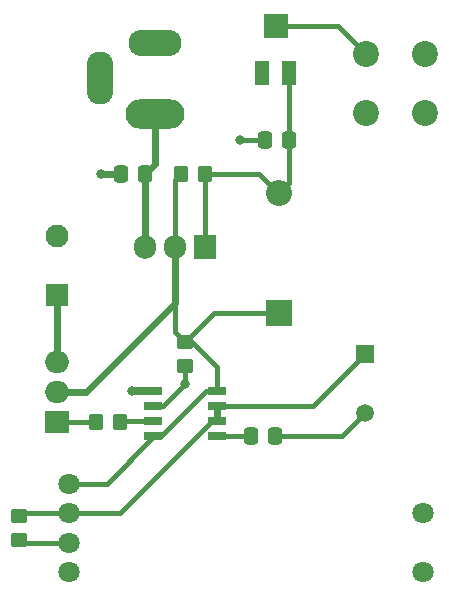
<source format=gbr>
%TF.GenerationSoftware,KiCad,Pcbnew,7.0.7*%
%TF.CreationDate,2023-10-06T20:37:38-05:00*%
%TF.ProjectId,Project_1,50726f6a-6563-4745-9f31-2e6b69636164,rev?*%
%TF.SameCoordinates,Original*%
%TF.FileFunction,Copper,L1,Top*%
%TF.FilePolarity,Positive*%
%FSLAX46Y46*%
G04 Gerber Fmt 4.6, Leading zero omitted, Abs format (unit mm)*
G04 Created by KiCad (PCBNEW 7.0.7) date 2023-10-06 20:37:38*
%MOMM*%
%LPD*%
G01*
G04 APERTURE LIST*
G04 Aperture macros list*
%AMRoundRect*
0 Rectangle with rounded corners*
0 $1 Rounding radius*
0 $2 $3 $4 $5 $6 $7 $8 $9 X,Y pos of 4 corners*
0 Add a 4 corners polygon primitive as box body*
4,1,4,$2,$3,$4,$5,$6,$7,$8,$9,$2,$3,0*
0 Add four circle primitives for the rounded corners*
1,1,$1+$1,$2,$3*
1,1,$1+$1,$4,$5*
1,1,$1+$1,$6,$7*
1,1,$1+$1,$8,$9*
0 Add four rect primitives between the rounded corners*
20,1,$1+$1,$2,$3,$4,$5,0*
20,1,$1+$1,$4,$5,$6,$7,0*
20,1,$1+$1,$6,$7,$8,$9,0*
20,1,$1+$1,$8,$9,$2,$3,0*%
G04 Aperture macros list end*
%TA.AperFunction,ComponentPad*%
%ADD10R,2.200000X2.200000*%
%TD*%
%TA.AperFunction,ComponentPad*%
%ADD11O,2.200000X2.200000*%
%TD*%
%TA.AperFunction,SMDPad,CuDef*%
%ADD12RoundRect,0.250000X-0.450000X0.350000X-0.450000X-0.350000X0.450000X-0.350000X0.450000X0.350000X0*%
%TD*%
%TA.AperFunction,SMDPad,CuDef*%
%ADD13RoundRect,0.250000X-0.337500X-0.475000X0.337500X-0.475000X0.337500X0.475000X-0.337500X0.475000X0*%
%TD*%
%TA.AperFunction,ComponentPad*%
%ADD14O,5.000000X2.500000*%
%TD*%
%TA.AperFunction,ComponentPad*%
%ADD15O,4.500000X2.250000*%
%TD*%
%TA.AperFunction,ComponentPad*%
%ADD16O,2.250000X4.500000*%
%TD*%
%TA.AperFunction,ComponentPad*%
%ADD17C,1.800000*%
%TD*%
%TA.AperFunction,SMDPad,CuDef*%
%ADD18R,1.528000X0.650000*%
%TD*%
%TA.AperFunction,ComponentPad*%
%ADD19R,1.905000X2.000000*%
%TD*%
%TA.AperFunction,ComponentPad*%
%ADD20O,1.905000X2.000000*%
%TD*%
%TA.AperFunction,SMDPad,CuDef*%
%ADD21RoundRect,0.250000X-0.350000X-0.450000X0.350000X-0.450000X0.350000X0.450000X-0.350000X0.450000X0*%
%TD*%
%TA.AperFunction,SMDPad,CuDef*%
%ADD22RoundRect,0.250000X0.350000X0.450000X-0.350000X0.450000X-0.350000X-0.450000X0.350000X-0.450000X0*%
%TD*%
%TA.AperFunction,SMDPad,CuDef*%
%ADD23R,1.300000X2.000000*%
%TD*%
%TA.AperFunction,SMDPad,CuDef*%
%ADD24R,2.000000X2.000000*%
%TD*%
%TA.AperFunction,SMDPad,CuDef*%
%ADD25RoundRect,0.250000X0.450000X-0.350000X0.450000X0.350000X-0.450000X0.350000X-0.450000X-0.350000X0*%
%TD*%
%TA.AperFunction,ComponentPad*%
%ADD26C,2.200000*%
%TD*%
%TA.AperFunction,ComponentPad*%
%ADD27R,1.950000X1.950000*%
%TD*%
%TA.AperFunction,ComponentPad*%
%ADD28C,1.950000*%
%TD*%
%TA.AperFunction,ComponentPad*%
%ADD29C,1.500000*%
%TD*%
%TA.AperFunction,ComponentPad*%
%ADD30R,1.500000X1.500000*%
%TD*%
%TA.AperFunction,ComponentPad*%
%ADD31R,2.000000X1.905000*%
%TD*%
%TA.AperFunction,ComponentPad*%
%ADD32O,2.000000X1.905000*%
%TD*%
%TA.AperFunction,SMDPad,CuDef*%
%ADD33RoundRect,0.250000X0.337500X0.475000X-0.337500X0.475000X-0.337500X-0.475000X0.337500X-0.475000X0*%
%TD*%
%TA.AperFunction,ViaPad*%
%ADD34C,0.800000*%
%TD*%
%TA.AperFunction,Conductor*%
%ADD35C,0.400000*%
%TD*%
%TA.AperFunction,Conductor*%
%ADD36C,0.600000*%
%TD*%
%TA.AperFunction,Conductor*%
%ADD37C,0.650000*%
%TD*%
%TA.AperFunction,Conductor*%
%ADD38C,0.250000*%
%TD*%
G04 APERTURE END LIST*
D10*
%TO.P,D1,1,K*%
%TO.N,/V_out*%
X91750000Y-93080000D03*
D11*
%TO.P,D1,2,A*%
%TO.N,Net-(D1-A)*%
X91750000Y-82920000D03*
%TD*%
D12*
%TO.P,R2,1*%
%TO.N,Net-(RV2-CCW)*%
X69750000Y-110250000D03*
%TO.P,R2,2*%
%TO.N,Net-(R4-Pad2)*%
X69750000Y-112250000D03*
%TD*%
D13*
%TO.P,C4,1,1*%
%TO.N,Net-(U2-CV)*%
X89365000Y-103500000D03*
%TO.P,C4,2,2*%
%TO.N,GND*%
X91440000Y-103500000D03*
%TD*%
D14*
%TO.P,J1,1*%
%TO.N,Net-(U1-VI)*%
X81280000Y-76200000D03*
D15*
%TO.P,J1,2*%
%TO.N,GND*%
X81280000Y-70200000D03*
D16*
%TO.P,J1,3*%
%TO.N,unconnected-(J1-Pad3)*%
X76580000Y-73200000D03*
%TD*%
D17*
%TO.P,RV2,1,CCW*%
%TO.N,Net-(RV2-CCW)*%
X74000000Y-110000000D03*
%TO.P,RV2,2,WIPER*%
%TO.N,/V_out*%
X74000000Y-107500000D03*
%TO.P,RV2,3,CW*%
%TO.N,unconnected-(RV2-CW-Pad3)*%
X104000000Y-110000000D03*
%TO.P,RV2,B,B*%
%TO.N,unconnected-(RV2-PadB)*%
X104000000Y-115000000D03*
%TO.P,RV2,E,E*%
%TO.N,GND*%
X74000000Y-115000000D03*
%TO.P,RV2,L,L*%
%TO.N,Net-(R4-Pad2)*%
X74000000Y-112500000D03*
%TD*%
D18*
%TO.P,U2,1,GND*%
%TO.N,GND*%
X81109000Y-99695000D03*
%TO.P,U2,2,TR*%
%TO.N,Net-(SW1-COM_1)*%
X81109000Y-100965000D03*
%TO.P,U2,3,Q*%
%TO.N,Net-(U2-Q)*%
X81109000Y-102235000D03*
%TO.P,U2,4,R*%
%TO.N,/V_out*%
X81109000Y-103505000D03*
%TO.P,U2,5,CV*%
%TO.N,Net-(U2-CV)*%
X86531000Y-103505000D03*
%TO.P,U2,6,THR*%
%TO.N,Net-(RV2-CCW)*%
X86531000Y-102235000D03*
%TO.P,U2,7,DIS*%
X86531000Y-100965000D03*
%TO.P,U2,8,VCC*%
%TO.N,/V_out*%
X86531000Y-99695000D03*
%TD*%
D19*
%TO.P,U1,1,ADJ*%
%TO.N,Net-(D1-A)*%
X85500000Y-87500000D03*
D20*
%TO.P,U1,2,VO*%
%TO.N,/V_out*%
X82960000Y-87500000D03*
%TO.P,U1,3,VI*%
%TO.N,Net-(U1-VI)*%
X80420000Y-87500000D03*
%TD*%
D21*
%TO.P,R1,1*%
%TO.N,/V_out*%
X83500000Y-81280000D03*
%TO.P,R1,2*%
%TO.N,Net-(D1-A)*%
X85500000Y-81280000D03*
%TD*%
D13*
%TO.P,C1,1,1*%
%TO.N,GND*%
X78362500Y-81300000D03*
%TO.P,C1,2,2*%
%TO.N,Net-(U1-VI)*%
X80437500Y-81300000D03*
%TD*%
D22*
%TO.P,R3,1*%
%TO.N,Net-(U2-Q)*%
X78300000Y-102250000D03*
%TO.P,R3,2*%
%TO.N,Net-(Q1-G)*%
X76300000Y-102250000D03*
%TD*%
D23*
%TO.P,RV1,1*%
%TO.N,Net-(D1-A)*%
X92650000Y-72750000D03*
D24*
%TO.P,RV1,2*%
%TO.N,GND*%
X91500000Y-68750000D03*
D23*
%TO.P,RV1,3*%
%TO.N,unconnected-(RV1-Pad3)*%
X90350000Y-72750000D03*
%TD*%
D25*
%TO.P,R4,1*%
%TO.N,Net-(SW1-COM_1)*%
X83820000Y-97520000D03*
%TO.P,R4,2*%
%TO.N,/V_out*%
X83820000Y-95520000D03*
%TD*%
D26*
%TO.P,SW1,4,NO_2*%
%TO.N,unconnected-(SW1-NO_2-Pad4)*%
X104140000Y-71120000D03*
%TO.P,SW1,3,NO_1*%
%TO.N,GND*%
X99140000Y-71120000D03*
%TO.P,SW1,2,COM_2*%
%TO.N,unconnected-(SW1-COM_2-Pad2)*%
X104140000Y-76120000D03*
%TO.P,SW1,1,COM_1*%
%TO.N,Net-(SW1-COM_1)*%
X99140000Y-76120000D03*
%TD*%
D27*
%TO.P,TB1,1,Pin_1*%
%TO.N,Net-(Q1-S)*%
X73000000Y-91500000D03*
D28*
%TO.P,TB1,2,Pin_2*%
%TO.N,GND*%
X73000000Y-86500000D03*
%TD*%
D29*
%TO.P,C3,N*%
%TO.N,GND*%
X99060000Y-101520000D03*
D30*
%TO.P,C3,P*%
%TO.N,Net-(RV2-CCW)*%
X99060000Y-96520000D03*
%TD*%
D31*
%TO.P,Q1,1,G*%
%TO.N,Net-(Q1-G)*%
X73000000Y-102290000D03*
D32*
%TO.P,Q1,2,D*%
%TO.N,/V_out*%
X73000000Y-99750000D03*
%TO.P,Q1,3,S*%
%TO.N,Net-(Q1-S)*%
X73000000Y-97210000D03*
%TD*%
D33*
%TO.P,C2,1,1*%
%TO.N,Net-(D1-A)*%
X92637500Y-78400000D03*
%TO.P,C2,2,2*%
%TO.N,GND*%
X90562500Y-78400000D03*
%TD*%
D34*
%TO.N,GND*%
X88500000Y-78400000D03*
X76700000Y-81300000D03*
X79300000Y-99700000D03*
%TO.N,Net-(SW1-COM_1)*%
X83820000Y-99060000D03*
%TD*%
D35*
%TO.N,Net-(U2-CV)*%
X86531000Y-103505000D02*
X89360000Y-103505000D01*
X89360000Y-103505000D02*
X89365000Y-103500000D01*
%TO.N,GND*%
X91500000Y-68750000D02*
X96770000Y-68750000D01*
X97080000Y-103500000D02*
X99060000Y-101520000D01*
D36*
X78362500Y-81300000D02*
X76700000Y-81300000D01*
D35*
X96770000Y-68750000D02*
X99140000Y-71120000D01*
X88500000Y-78400000D02*
X90562500Y-78400000D01*
D36*
X79305000Y-99695000D02*
X79300000Y-99700000D01*
D37*
X81109000Y-99695000D02*
X79305000Y-99695000D01*
D38*
X81014000Y-99600000D02*
X81109000Y-99695000D01*
D35*
X91440000Y-103500000D02*
X97080000Y-103500000D01*
%TO.N,Net-(D1-A)*%
X92637500Y-78400000D02*
X92637500Y-82032500D01*
X92600000Y-73130000D02*
X92590000Y-73120000D01*
X92600000Y-78094239D02*
X92600000Y-73130000D01*
X85500000Y-81280000D02*
X90110000Y-81280000D01*
X92600000Y-78437500D02*
X92637500Y-78400000D01*
X92487500Y-78750000D02*
X92477500Y-78740000D01*
X90110000Y-81280000D02*
X91750000Y-82920000D01*
X85500000Y-87500000D02*
X85500000Y-81280000D01*
X92637500Y-82032500D02*
X91750000Y-82920000D01*
D36*
%TO.N,Net-(U1-VI)*%
X80420000Y-81317500D02*
X80437500Y-81300000D01*
X81280000Y-80457500D02*
X80437500Y-81300000D01*
X80420000Y-87500000D02*
X80420000Y-81317500D01*
X81280000Y-76200000D02*
X81280000Y-80457500D01*
D35*
%TO.N,Net-(Q1-G)*%
X76300000Y-102250000D02*
X73040000Y-102250000D01*
X73040000Y-102250000D02*
X73000000Y-102290000D01*
%TO.N,Net-(SW1-COM_1)*%
X83820000Y-97520000D02*
X83820000Y-99060000D01*
X81915000Y-100965000D02*
X81109000Y-100965000D01*
X83820000Y-99060000D02*
X81915000Y-100965000D01*
%TO.N,Net-(U2-Q)*%
X78315000Y-102235000D02*
X78300000Y-102250000D01*
X81109000Y-102235000D02*
X78315000Y-102235000D01*
D36*
%TO.N,Net-(Q1-S)*%
X73000000Y-97210000D02*
X73000000Y-91500000D01*
D35*
%TO.N,Net-(RV2-CCW)*%
X85965000Y-102235000D02*
X86531000Y-102235000D01*
X78327000Y-110000000D02*
X74000000Y-110000000D01*
X94615000Y-100965000D02*
X86531000Y-100965000D01*
X86531000Y-102235000D02*
X86092000Y-102235000D01*
X74000000Y-110000000D02*
X70000000Y-110000000D01*
X86531000Y-102235000D02*
X86015000Y-102235000D01*
X86092000Y-102235000D02*
X78327000Y-110000000D01*
X99060000Y-96520000D02*
X94615000Y-100965000D01*
X70000000Y-110000000D02*
X69750000Y-110250000D01*
D36*
X86531000Y-100965000D02*
X86531000Y-102235000D01*
%TO.N,/V_out*%
X82960000Y-92240000D02*
X82960000Y-91500000D01*
D35*
X82960000Y-87500000D02*
X82960000Y-94660000D01*
X86531000Y-97631000D02*
X84420000Y-95520000D01*
X86531000Y-99695000D02*
X85555000Y-99695000D01*
X81109000Y-103591000D02*
X77200000Y-107500000D01*
X82960000Y-81820000D02*
X83500000Y-81280000D01*
X86260000Y-93080000D02*
X83820000Y-95520000D01*
D38*
X81109000Y-103505000D02*
X81548000Y-103505000D01*
D35*
X86531000Y-99695000D02*
X86531000Y-97631000D01*
X85555000Y-99695000D02*
X81745000Y-103505000D01*
X91750000Y-93080000D02*
X86260000Y-93080000D01*
X84420000Y-95520000D02*
X83820000Y-95520000D01*
D36*
X75450000Y-99750000D02*
X82960000Y-92240000D01*
X73000000Y-99750000D02*
X75450000Y-99750000D01*
D35*
X81745000Y-103505000D02*
X81109000Y-103505000D01*
X81109000Y-103505000D02*
X81109000Y-103591000D01*
D36*
X82960000Y-91500000D02*
X82960000Y-87500000D01*
D35*
X77200000Y-107500000D02*
X74000000Y-107500000D01*
X82960000Y-87500000D02*
X82960000Y-81820000D01*
X82960000Y-94660000D02*
X83820000Y-95520000D01*
%TO.N,Net-(R4-Pad2)*%
X70000000Y-112500000D02*
X69750000Y-112250000D01*
X74000000Y-112500000D02*
X70000000Y-112500000D01*
%TD*%
M02*

</source>
